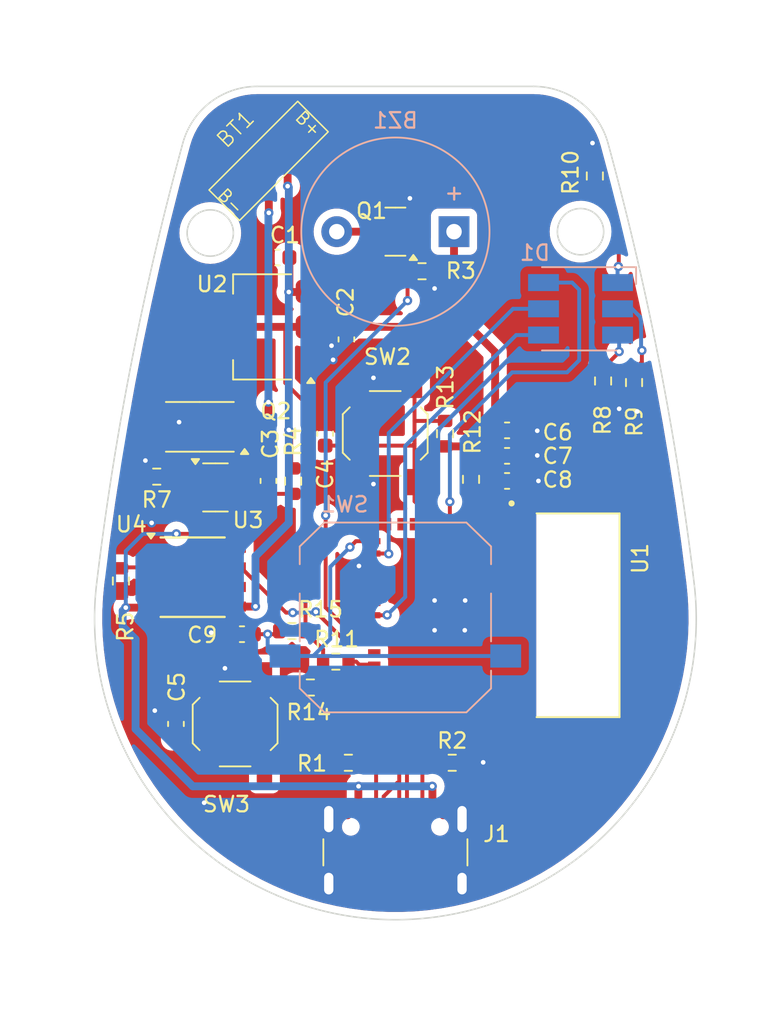
<source format=kicad_pcb>
(kicad_pcb (version 20240108) (generator "pcbnew") (generator_version "8.0")
  (layers (0 "F.Cu" signal) (31 "B.Cu" signal) (34 "B.Paste" user) (35 "F.Paste" user) (36 "B.SilkS" user "B.Silkscreen") (37 "F.SilkS" user "F.Silkscreen") (38 "B.Mask" user) (39 "F.Mask" user) (44 "Edge.Cuts" user))
  (net 0 "")
  (net 1 "Net-(BT1--)")
  (net 2 "+BATT")
  (net 3 "+3V3")
  (net 4 "Net-(BZ1--)")
  (net 5 "GND")
  (net 6 "Net-(U3-VCC)")
  (net 7 "Bulb_1")
  (net 8 "Net-(D1-GK)")
  (net 9 "Net-(D1-RK)")
  (net 10 "Bulb_3")
  (net 11 "Net-(D1-BK)")
  (net 12 "Bulb_2")
  (net 13 "CHG")
  (net 15 "VBUS")
  (net 16 "Net-(J1-CC2)")
  (net 17 "USB_DP")
  (net 18 "USB_DN")
  (net 19 "Net-(J1-CC1)")
  (net 21 "Net-(Q2-G_{1})")
  (net 23 "Net-(Q2-G_{2})")
  (net 26 "Net-(U4-PROG)")
  (net 27 "Net-(U3-CS)")
  (net 28 "Net-(U1-IO8)")
  (net 29 "Net-(U1-IO2)")
  (net 30 "Button")
  (net 38 "Buzzer")
  (net 40 "BOOT")
  (net 50 "RESET")
  (footprint "Resistor_SMD:R_0603_1608Metric" (layer "F.Cu") (at 156.1084 70.9676 90)
    (property "Reference" "R10")
    (property "Value" "2k2")
  )
  (footprint "Cental_Library:LiPoBatt_WLY902030" (layer "F.Cu") (at 135.0518 70.0786 -135)
    (property "Reference" "BT1")
    (property "Value" "Battery_Cell")
  )
  (footprint "Resistor_SMD:R_0603_1608Metric" (layer "F.Cu") (at 125.389 97.2139 90)
    (property "Reference" "R5")
    (property "Value" "1k2")
  )
  (footprint "Package_TO_SOT_SMD:SOT-223-3_TabPin2" (layer "F.Cu") (at 134.5692 80.7466 180)
    (property "Reference" "U2")
    (property "Value" "AMS1117-3.3")
  )
  (footprint "Resistor_SMD:R_0603_1608Metric" (layer "F.Cu") (at 140.1318 108.9914 180)
    (property "Reference" "R1")
    (property "Value" "5k1")
  )
  (footprint "Resistor_SMD:R_0603_1608Metric" (layer "F.Cu") (at 146.8628 108.9914)
    (property "Reference" "R2")
    (property "Value" "5k1")
  )
  (footprint "Cental_Library:ESP32-C3-MINI-1-N4" (layer "F.Cu") (at 149.41 99.4338 -90)
    (property "Reference" "U1")
    (property "Value" "ESP32-C3-MINI-1-N4")
  )
  (footprint "Capacitor_SMD:C_0603_1608Metric" (layer "F.Cu") (at 128.9558 106.4768 90)
    (property "Reference" "C5")
    (property "Value" "100nF")
  )
  (footprint "Resistor_SMD:R_0603_1608Metric" (layer "F.Cu") (at 136.5504 90.7418 -90)
    (property "Reference" "R4")
    (property "Value" "100")
  )
  (footprint "Button_Switch_SMD:SW_SPST_TL3342" (layer "F.Cu") (at 132.7912 106.4768 90)
    (property "Reference" "SW3")
    (property "Value" "SW_Push")
  )
  (footprint "Package_TO_SOT_SMD:SOT-23-6" (layer "F.Cu") (at 131.5157 91.1504)
    (property "Reference" "U3")
    (property "Value" "DW01-A")
  )
  (footprint "Package_SO:Diodes_PSOP-8" (layer "F.Cu") (at 130.0372 96.9662)
    (property "Reference" "U4")
    (property "Value" "TP4056")
  )
  (footprint "Resistor_SMD:R_0603_1608Metric" (layer "F.Cu") (at 137.668 104.1146 180)
    (property "Reference" "R14")
    (property "Value" "10k")
  )
  (footprint "Button_Switch_SMD:SW_SPST_TL3342" (layer "F.Cu") (at 142.5194 87.6554 90)
    (property "Reference" "SW2")
    (property "Value" "SW_Push")
  )
  (footprint "Capacitor_SMD:C_0603_1608Metric" (layer "F.Cu") (at 150.4188 89.1032)
    (property "Reference" "C7")
    (property "Value" "100nF")
  )
  (footprint "Resistor_SMD:R_0603_1608Metric" (layer "F.Cu") (at 156.6418 84.2518 -90)
    (property "Reference" "R8")
    (property "Value" "1k2")
  )
  (footprint "Package_SO:TSSOP-8_4.4x3mm_P0.65mm" (layer "F.Cu") (at 130.5052 87.2236 180)
    (property "Reference" "Q2")
    (property "Value" "FS8205A")
  )
  (footprint "Capacitor_SMD:C_0603_1608Metric" (layer "F.Cu") (at 140.0048 81.5594 -90)
    (property "Reference" "C2")
    (property "Value" "10uF")
  )
  (footprint "Resistor_SMD:R_0603_1608Metric" (layer "F.Cu") (at 144.907 77.1398)
    (property "Reference" "R3")
    (property "Value" "100k")
  )
  (footprint "Resistor_SMD:R_0603_1608Metric" (layer "F.Cu") (at 127.7112 90.4494 180)
    (property "Reference" "R7")
    (property "Value" "1k")
  )
  (footprint "Capacitor_SMD:C_0603_1608Metric" (layer "F.Cu") (at 134.9502 90.7288 90)
    (property "Reference" "C3")
    (property "Value" "10uF")
  )
  (footprint "Resistor_SMD:R_0603_1608Metric" (layer "F.Cu") (at 146.3986 87.6658 90)
    (property "Reference" "R13")
    (property "Value" "10k")
  )
  (footprint "Capacitor_SMD:C_0603_1608Metric" (layer "F.Cu") (at 133.2354 100.6602 180)
    (property "Reference" "C9")
    (property "Value" "100nF")
  )
  (footprint "Resistor_SMD:R_0603_1608Metric" (layer "F.Cu") (at 136.4742 100.457 180)
    (property "Reference" "R15")
    (property "Value" "10k")
  )
  (footprint "Resistor_SMD:R_0603_1608Metric" (layer "F.Cu") (at 139.319 102.4382)
    (property "Reference" "R11")
    (property "Value" "10k")
  )
  (footprint "Capacitor_SMD:C_0603_1608Metric" (layer "F.Cu") (at 150.4188 90.7288)
    (property "Reference" "C8")
    (property "Value" "10uF")
  )
  (footprint "Capacitor_SMD:C_0603_1608Metric" (layer "F.Cu") (at 150.4188 87.4522)
    (property "Reference" "C6")
    (property "Value" "100nF")
  )
  (footprint "Connector_USB:USB_C_Receptacle_GCT_USB4105-xx-A_16P_TopMnt_Horizontal" (layer "F.Cu") (at 143.1798 115.7478)
    (property "Reference" "J1")
    (property "Value" "USB_C_Receptacle_USB2.0_16P")
  )
  (footprint "Resistor_SMD:R_0603_1608Metric" (layer "F.Cu") (at 148.082 90.6272 -90)
    (property "Reference" "R12")
    (property "Value" "10k")
  )
  (footprint "Resistor_SMD:R_0603_1608Metric" (layer "F.Cu") (at 158.6484 84.3534 -90)
    (property "Reference" "R9")
    (property "Value" "1k2")
  )
  (footprint "Package_TO_SOT_SMD:SOT-23" (layer "F.Cu") (at 143.1798 74.575 180)
    (property "Reference" "Q1")
    (property "Value" "BC847")
  )
  (footprint "Capacitor_SMD:C_0603_1608Metric" (layer "F.Cu") (at 135.5344 76.2508 180)
    (property "Reference" "C1")
    (property "Value" "10uF")
  )
  (footprint "Capacitor_SMD:C_0603_1608Metric" (layer "F.Cu") (at 138.6262 87.6658 90)
    (property "Reference" "C4")
    (property "Value" "100nF")
  )
  (footprint "Button_Switch_SMD:SW_Push_1P1T_NO_CK_PTS125Sx43PSMTR" (layer "B.Cu") (at 143.1798 99.575 180)
    (property "Reference" "SW1")
    (property "Value" "SW_Push")
  )
  (footprint "Buzzer_Beeper:Buzzer_12x9.5RM7.6" (layer "B.Cu") (at 146.9798 74.575 180)
    (property "Reference" "BZ1")
    (property "Value" "Buzzer")
  )
  (footprint "LED_SMD:LED_RGB_5050-6" (layer "B.Cu") (at 155.1798 79.575 180)
    (property "Reference" "D1")
    (property "Value" "LED_RGB")
  )
  (gr_arc (start 156.960254 68.842557) (mid 160.275945 82.985861) (end 162.540403 97.335046) (stroke (width 0.1)) (layer "Edge.Cuts"))
  (gr_arc (start 162.540403 97.335046) (mid 143.1798 119.1625) (end 123.819197 97.335046) (stroke (width 0.1)) (layer "Edge.Cuts"))
  (gr_circle (center 131.1798 74.6625) (end 132.6798 74.6625) (stroke (width 0.1)) (fill none) (layer "Edge.Cuts"))
  (gr_arc (start 152.13762 65.1625) (mid 155.170795 66.187597) (end 156.960254 68.842557) (stroke (width 0.1)) (layer "Edge.Cuts"))
  (gr_line (start 152.13762 65.1625) (end 134.221977 65.1625) (stroke (width 0.1)) (layer "Edge.Cuts"))
  (gr_circle (center 155.1798 74.575) (end 156.6798 74.575) (stroke (width 0.1)) (fill none) (layer "Edge.Cuts"))
  (gr_arc (start 129.399346 68.842557) (mid 131.188802 66.187596) (end 134.221977 65.1625) (stroke (width 0.1)) (layer "Edge.Cuts"))
  (gr_arc (start 123.819197 97.335046) (mid 126.083655 82.985861) (end 129.399346 68.842557) (stroke (width 0.1)) (layer "Edge.Cuts"))
  (segment (start 134.9756 73.3552) (end 134.9756 72.516872) (width 0.508) (layer "F.Cu") (net 1))
  (segment (start 134.9502 87.2744) (end 134.9502 89.9538) (width 0.508) (layer "F.Cu") (net 1))
  (segment (start 131.699 87.5792) (end 132.3796 86.8986) (width 0.254) (layer "F.Cu") (net 1))
  (segment (start 131.699 89.8652) (end 131.699 87.5792) (width 0.254) (layer "F.Cu") (net 1))
  (segment (start 134.9756 72.516872) (end 133.794564 71.335836) (width 0.508) (layer "F.Cu") (net 1))
  (segment (start 132.6532 90.2004) (end 132.0342 90.2004) (width 0.254) (layer "F.Cu") (net 1))
  (segment (start 132.0342 90.2004) (end 131.699 89.8652) (width 0.254) (layer "F.Cu") (net 1))
  (segment (start 132.3796 86.8986) (end 133.3677 86.8986) (width 0.254) (layer "F.Cu") (net 1))
  (segment (start 134.9502 85.6234) (end 134.9502 87.2744) (width 0.508) (layer "F.Cu") (net 1))
  (segment (start 133.9546 90.2004) (end 134.2012 89.9538) (width 0.254) (layer "F.Cu") (net 1))
  (segment (start 134.2012 89.9538) (end 134.9502 89.9538) (width 0.254) (layer "F.Cu") (net 1))
  (segment (start 134.9502 87.2744) (end 132.8674 87.2744) (width 0.508) (layer "F.Cu") (net 1))
  (segment (start 132.6532 90.2004) (end 133.9546 90.2004) (width 0.254) (layer "F.Cu") (net 1))
  (via (at 134.9502 85.6234) (size 0.6) (drill 0.3) (layers "F.Cu" "B.Cu") (net 1))
  (via (at 134.9756 73.3552) (size 0.6) (drill 0.3) (layers "F.Cu" "B.Cu") (net 1))
  (segment (start 134.9502 73.3806) (end 134.9756 73.3552) (width 0.508) (layer "B.Cu") (net 1))
  (segment (start 134.9502 85.6234) (end 134.9502 73.3806) (width 0.508) (layer "B.Cu") (net 1))
  (segment (start 136.3094 78.4476) (end 136.3094 76.2508) (width 0.508) (layer "F.Cu") (net 2))
  (segment (start 136.2964 89.6628) (end 136.5504 89.9168) (width 0.508) (layer "F.Cu") (net 2))
  (segment (start 136.1948 68.9356) (end 136.309036 68.821364) (width 0.508) (layer "F.Cu") (net 2))
  (segment (start 136.1948 71.628) (end 136.1948 68.9356) (width 0.508) (layer "F.Cu") (net 2))
  (segment (start 132.7372 98.8712) (end 134.0976 98.8712) (width 0.508) (layer "F.Cu") (net 2))
  (segment (start 136.271 87.4268) (end 136.2964 87.4522) (width 0.508) (layer "F.Cu") (net 2))
  (segment (start 136.271 78.486) (end 136.3094 78.4476) (width 0.508) (layer "F.Cu") (net 2))
  (segment (start 136.271 78.486) (end 137.6798 78.486) (width 0.508) (layer "F.Cu") (net 2))
  (segment (start 134.0976 98.8712) (end 134.112 98.8568) (width 0.508) (layer "F.Cu") (net 2))
  (segment (start 136.2964 87.4522) (end 136.2964 89.6628) (width 0.508) (layer "F.Cu") (net 2))
  (via (at 136.271 78.486) (size 0.6) (drill 0.3) (layers "F.Cu" "B.Cu") (net 2))
  (via (at 134.112 98.8568) (size 0.6) (drill 0.3) (layers "F.Cu" "B.Cu") (net 2))
  (via (at 136.1948 71.628) (size 0.6) (drill 0.3) (layers "F.Cu" "B.Cu") (net 2))
  (via (at 136.271 87.4268) (size 0.6) (drill 0.3) (layers "F.Cu" "B.Cu") (net 2))
  (segment (start 136.271 78.486) (end 136.271 71.7042) (width 0.508) (layer "B.Cu") (net 2))
  (segment (start 136.271 87.4268) (end 136.271 78.486) (width 0.508) (layer "B.Cu") (net 2))
  (segment (start 136.271 93.4466) (end 136.271 87.4268) (width 0.508) (layer "B.Cu") (net 2))
  (segment (start 134.112 95.6056) (end 136.271 93.4466) (width 0.508) (layer "B.Cu") (net 2))
  (segment (start 136.271 71.7042) (end 136.1948 71.628) (width 0.508) (layer "B.Cu") (net 2))
  (segment (start 134.112 98.8568) (end 134.112 95.6056) (width 0.508) (layer "B.Cu") (net 2))
  (segment (start 136.0424 80.7466) (end 131.4192 80.7466) (width 0.508) (layer "F.Cu") (net 3))
  (segment (start 137.3524 100.4038) (end 137.3524 85.6888) (width 0.254) (layer "F.Cu") (net 3))
  (segment (start 148.9448 89.8022) (end 149.6438 89.1032) (width 0.508) (layer "F.Cu") (net 3))
  (segment (start 148.082 89.8022) (end 148.9448 89.8022) (width 0.508) (layer "F.Cu") (net 3))
  (segment (start 138.494 102.4382) (end 138.494 101.6518) (width 0.254) (layer "F.Cu") (net 3))
  (segment (start 137.7192 80.7466) (end 136.0424 80.7466) (width 0.508) (layer "F.Cu") (net 3))
  (segment (start 149.6438 82.3846) (end 149.6438 90.7288) (width 0.508) (layer "F.Cu") (net 3))
  (segment (start 138.493 102.4392) (end 138.494 102.4382) (width 0.254) (layer "F.Cu") (net 3))
  (segment (start 138.494 101.6518) (end 137.2992 100.457) (width 0.254) (layer "F.Cu") (net 3))
  (segment (start 137.3524 85.6888) (end 136.0424 84.3788) (width 0.254) (layer "F.Cu") (net 3))
  (segment (start 146.9798 74.575) (end 146.9798 80.7312) (width 0.508) (layer "F.Cu") (net 3))
  (segment (start 146.9644 80.7466) (end 148.0058 80.7466) (width 0.508) (layer "F.Cu") (net 3))
  (segment (start 137.2992 100.457) (end 137.3524 100.4038) (width 0.254) (layer "F.Cu") (net 3))
  (segment (start 148.0058 80.7466) (end 149.6438 82.3846) (width 0.508) (layer "F.Cu") (net 3))
  (segment (start 149.6438 91.9864) (end 149.11 92.5202) (width 0.508) (layer "F.Cu") (net 3))
  (segment (start 138.493 104.1146) (end 138.493 102.4392) (width 0.254) (layer "F.Cu") (net 3))
  (segment (start 149.11 92.5202) (end 149.11 93.5338) (width 0.508) (layer "F.Cu") (net 3))
  (segment (start 136.0424 84.3788) (end 136.0424 80.7466) (width 0.254) (layer "F.Cu") (net 3))
  (segment (start 149.6438 90.7288) (end 149.6438 91.9864) (width 0.508) (layer "F.Cu") (net 3))
  (segment (start 146.3986 88.4908) (end 149.6314 88.4908) (width 0.508) (layer "F.Cu") (net 3))
  (segment (start 137.7192 80.7466) (end 146.9644 80.7466) (width 0.508) (layer "F.Cu") (net 3))
  (segment (start 146.9798 80.7312) (end 146.9644 80.7466) (width 0.508) (layer "F.Cu") (net 3))
  (segment (start 142.2423 74.575) (end 139.3798 74.575) (width 0.508) (layer "F.Cu") (net 4))
  (segment (start 140.8176 96.2406) (end 141.8032 96.2406) (width 0.254) (layer "F.Cu") (net 5))
  (segment (start 129.1388 86.8986) (end 129.159 86.9188) (width 0.254) (layer "F.Cu") (net 5))
  (segment (start 141.8032 96.2406) (end 141.81 96.2338) (width 0.254) (layer "F.Cu") (net 5))
  (segment (start 127.6427 86.8986) (end 129.1388 86.8986) (width 0.254) (layer "F.Cu") (net 5))
  (via (at 148.8694 108.966) (size 0.6) (drill 0.3) (layers "F.Cu" "B.Cu") (net 5))
  (via (at 140.8176 96.2406) (size 0.6) (drill 0.3) (layers "F.Cu" "B.Cu") (net 5))
  (via (at 131.2418 100.5586) (size 0.6) (drill 0.3) (layers "F.Cu" "B.Cu") (net 5))
  (via (at 147.701 98.4758) (size 0.6) (drill 0.3) (layers "F.Cu" "B.Cu") (net 5))
  (via (at 141.7574 84.0486) (size 0.6) (drill 0.3) (layers "F.Cu" "B.Cu") (net 5))
  (via (at 158.8516 86.233) (size 0.6) (drill 0.3) (layers "F.Cu" "B.Cu") (net 5))
  (via (at 152.3746 87.4776) (size 0.6) (drill 0.3) (layers "F.Cu" "B.Cu") (net 5))
  (via (at 139.0396 81.9658) (size 0.6) (drill 0.3) (layers "F.Cu" "B.Cu") (net 5))
  (via (at 129.159 86.9188) (size 0.6) (drill 0.3) (layers "F.Cu" "B.Cu") (net 5))
  (via (at 147.6756 100.4062) (size 0.6) (drill 0.3) (layers "F.Cu" "B.Cu") (net 5))
  (via (at 145.7198 98.4758) (size 0.6) (drill 0.3) (layers "F.Cu" "B.Cu") (net 5))
  (via (at 145.7198 100.4062) (size 0.6) (drill 0.3) (layers "F.Cu" "B.Cu") (net 5))
  (via (at 144.1196 72.4154) (size 0.6) (drill 0.3) (layers "F.Cu" "B.Cu") (net 5))
  (via (at 130.7846 111.5822) (size 0.6) (drill 0.3) (layers "F.Cu" "B.Cu") (net 5))
  (via (at 157.6832 86.0552) (size 0.6) (drill 0.3) (layers "F.Cu" "B.Cu") (net 5))
  (via (at 132.1308 102.87) (size 0.6) (drill 0.3) (layers "F.Cu" "B.Cu") (net 5))
  (via (at 127.381 93.4466) (size 0.6) (drill 0.3) (layers "F.Cu" "B.Cu") (net 5))
  (via (at 155.956 68.834) (size 0.6) (drill 0.3) (layers "F.Cu" "B.Cu") (net 5))
  (via (at 152.4508 90.7288) (size 0.6) (drill 0.3) (layers "F.Cu" "B.Cu") (net 5))
  (via (at 152.3746 89.0778) (size 0.6) (drill 0.3) (layers "F.Cu" "B.Cu") (net 5))
  (via (at 145.7198 78.2574) (size 0.6) (drill 0.3) (layers "F.Cu" "B.Cu") (net 5))
  (via (at 139.1412 82.8802) (size 0.6) (drill 0.3) (layers "F.Cu" "B.Cu") (net 5))
  (via (at 126.9746 89.408) (size 0.6) (drill 0.3) (layers "F.Cu" "B.Cu") (net 5))
  (via (at 127.5842 105.6132) (size 0.6) (drill 0.3) (layers "F.Cu" "B.Cu") (net 5))
  (via (at 141.7574 90.932) (size 0.6) (drill 0.3) (layers "F.Cu" "B.Cu") (net 5))
  (segment (start 134.0102 91.5668) (end 136.5504 91.5668) (width 0.254) (layer "F.Cu") (net 6))
  (segment (start 132.6532 91.1504) (end 133.5938 91.1504) (width 0.254) (layer "F.Cu") (net 6))
  (segment (start 133.5938 91.1504) (end 134.0102 91.5668) (width 0.254) (layer "F.Cu") (net 6))
  (segment (start 146.71 92.0754) (end 146.7104 92.075) (width 0.254) (layer "F.Cu") (net 7))
  (segment (start 146.71 93.5338) (end 146.71 92.0754) (width 0.254) (layer "F.Cu") (net 7))
  (via (at 146.7104 92.075) (size 0.6) (drill 0.3) (layers "F.Cu" "B.Cu") (net 7))
  (segment (start 155.0924 78.3336) (end 154.6338 77.875) (width 0.254) (layer "B.Cu") (net 7))
  (segment (start 146.7104 87.7316) (end 150.749 83.693) (width 0.254) (layer "B.Cu") (net 7))
  (segment (start 154.6338 77.875) (end 152.7798 77.875) (width 0.254) (layer "B.Cu") (net 7))
  (segment (start 150.749 83.693) (end 154.305 83.693) (width 0.254) (layer "B.Cu") (net 7))
  (segment (start 155.0924 82.9056) (end 155.0924 78.3336) (width 0.254) (layer "B.Cu") (net 7))
  (segment (start 146.7104 92.075) (end 146.7104 87.7316) (width 0.254) (layer "B.Cu") (net 7))
  (segment (start 154.305 83.693) (end 155.0924 82.9056) (width 0.254) (layer "B.Cu") (net 7))
  (segment (start 159.1564 83.0204) (end 158.6484 83.5284) (width 0.254) (layer "F.Cu") (net 8))
  (segment (start 159.1564 82.2706) (end 159.1564 83.0204) (width 0.254) (layer "F.Cu") (net 8))
  (via (at 159.1564 82.2706) (size 0.6) (drill 0.3) (layers "F.Cu" "B.Cu") (net 8))
  (segment (start 158.5182 79.575) (end 159.038715 80.095515) (width 0.254) (layer "B.Cu") (net 8))
  (segment (start 159.038715 80.095515) (end 159.1056 80.412193) (width 0.254) (layer "B.Cu") (net 8))
  (segment (start 157.5798 79.575) (end 158.5182 79.575) (width 0.254) (layer "B.Cu") (net 8))
  (segment (start 159.1056 80.412193) (end 159.1056 82.2198) (width 0.254) (layer "B.Cu") (net 8))
  (segment (start 159.1056 82.2198) (end 159.1564 82.2706) (width 0.254) (layer "B.Cu") (net 8))
  (segment (start 157.45384 73.21196) (end 157.6578 74.053968) (width 0.254) (layer "F.Cu") (net 9))
  (segment (start 157.6578 74.053968) (end 157.6578 76.8096) (width 0.254) (layer "F.Cu") (net 9))
  (segment (start 157.393224 72.976928) (end 157.45384 73.21196) (width 0.254) (layer "F.Cu") (net 9))
  (segment (start 156.208896 71.7926) (end 157.393224 72.976928) (width 0.254) (layer "F.Cu") (net 9))
  (segment (start 157.6578 76.8096) (end 157.6324 76.835) (width 0.254) (layer "F.Cu") (net 9))
  (segment (start 156.1084 71.7926) (end 156.208896 71.7926) (width 0.254) (layer "F.Cu") (net 9))
  (via (at 157.6324 76.835) (size 0.6) (drill 0.3) (layers "F.Cu" "B.Cu") (net 9))
  (segment (start 157.5798 77.875) (end 157.5798 76.8876) (width 0.254) (layer "B.Cu") (net 9))
  (segment (start 157.5798 76.8876) (end 157.6324 76.835) (width 0.254) (layer "B.Cu") (net 9))
  (segment (start 142.6282 99.4338) (end 142.6464 99.4156) (width 0.254) (layer "F.Cu") (net 10))
  (segment (start 141.81 99.4338) (end 142.6282 99.4338) (width 0.254) (layer "F.Cu") (net 10))
  (via (at 142.6464 99.4156) (size 0.6) (drill 0.3) (layers "F.Cu" "B.Cu") (net 10))
  (segment (start 143.8148 98.2472) (end 143.8148 88.4682) (width 0.254) (layer "B.Cu") (net 10))
  (segment (start 151.008 81.275) (end 152.7798 81.275) (width 0.254) (layer "B.Cu") (net 10))
  (segment (start 142.6464 99.4156) (end 143.8148 98.2472) (width 0.254) (layer "B.Cu") (net 10))
  (segment (start 143.8148 88.4682) (end 151.008 81.275) (width 0.254) (layer "B.Cu") (net 10))
  (segment (start 157.6832 82.3854) (end 157.6832 82.3468) (width 0.254) (layer "F.Cu") (net 11))
  (segment (start 156.6418 83.4268) (end 157.6832 82.3854) (width 0.254) (layer "F.Cu") (net 11))
  (via (at 157.6832 82.3468) (size 0.6) (drill 0.3) (layers "F.Cu" "B.Cu") (net 11))
  (segment (start 157.6832 81.3784) (end 157.5798 81.275) (width 0.254) (layer "B.Cu") (net 11))
  (segment (start 157.6832 82.3468) (end 157.6832 81.3784) (width 0.254) (layer "B.Cu") (net 11))
  (segment (start 141.81 95.4338) (end 142.7286 95.4338) (width 0.254) (layer "F.Cu") (net 12))
  (segment (start 142.7286 95.4338) (end 142.748 95.4532) (width 0.254) (layer "F.Cu") (net 12))
  (via (at 142.748 95.4532) (size 0.6) (drill 0.3) (layers "F.Cu" "B.Cu") (net 12))
  (segment (start 142.748 95.4532) (end 142.748 87.63) (width 0.254) (layer "B.Cu") (net 12))
  (segment (start 150.803 79.575) (end 152.7798 79.575) (width 0.254) (layer "B.Cu") (net 12))
  (segment (start 142.748 87.63) (end 150.803 79.575) (width 0.254) (layer "B.Cu") (net 12))
  (segment (start 136.0942 99.2632) (end 136.525 99.2632) (width 0.254) (layer "F.Cu") (net 13))
  (segment (start 139.845 101.0338) (end 141.81 101.0338) (width 0.254) (layer "F.Cu") (net 13))
  (segment (start 133.1622 96.3312) (end 135.0264 98.1954) (width 0.254) (layer "F.Cu") (net 13))
  (segment (start 135.0264 98.1954) (end 136.0942 99.2632) (width 0.254) (layer "F.Cu") (net 13))
  (segment (start 132.7372 96.3312) (end 133.1622 96.3312) (width 0.254) (layer "F.Cu") (net 13))
  (segment (start 138.0236 99.2124) (end 139.845 101.0338) (width 0.254) (layer "F.Cu") (net 13))
  (via (at 136.525 99.2632) (size 0.6) (drill 0.3) (layers "F.Cu" "B.Cu") (net 13))
  (via (at 138.0236 99.2124) (size 0.6) (drill 0.3) (layers "F.Cu" "B.Cu") (net 13))
  (segment (start 137.9728 99.2632) (end 138.0236 99.2124) (width 0.254) (layer "B.Cu") (net 13))
  (segment (start 136.525 99.2632) (end 137.9728 99.2632) (width 0.254) (layer "B.Cu") (net 13))
  (segment (start 145.5798 112.0678) (end 145.5798 110.5278) (width 0.508) (layer "F.Cu") (net 15))
  (segment (start 126.6554 98.8712) (end 127.3372 98.8712) (width 0.508) (layer "F.Cu") (net 15))
  (segment (start 125.703692 98.938501) (end 126.588099 98.938501) (width 0.508) (layer "F.Cu") (net 15))
  (segment (start 132.4102 94.1578) (end 128.9812 94.1578) (width 0.254) (layer "F.Cu") (net 15))
  (segment (start 126.588099 98.938501) (end 126.6554 98.8712) (width 0.508) (layer "F.Cu") (net 15))
  (segment (start 145.5798 110.5278) (end 145.5674 110.5154) (width 0.508) (layer "F.Cu") (net 15))
  (segment (start 140.7798 112.0678) (end 140.7798 110.5278) (width 0.508) (layer "F.Cu") (net 15))
  (segment (start 140.7798 110.5278) (end 140.7922 110.5154) (width 0.508) (layer "F.Cu") (net 15))
  (segment (start 132.7372 94.4848) (end 132.4102 94.1578) (width 0.254) (layer "F.Cu") (net 15))
  (segment (start 132.7372 95.0612) (end 132.7372 94.4848) (width 0.254) (layer "F.Cu") (net 15))
  (via (at 145.5674 110.5154) (size 0.6) (drill 0.3) (layers "F.Cu" "B.Cu") (net 15))
  (via (at 128.9812 94.1578) (size 0.6) (drill 0.3) (layers "F.Cu" "B.Cu") (net 15))
  (via (at 125.703692 98.938501) (size 0.6) (drill 0.3) (layers "F.Cu" "B.Cu") (net 15))
  (via (at 140.7922 110.5154) (size 0.6) (drill 0.3) (layers "F.Cu" "B.Cu") (net 15))
  (segment (start 125.5014 100.1522) (end 126.3396 100.9904) (width 0.508) (layer "B.Cu") (net 15))
  (segment (start 145.5674 110.5154) (end 140.7922 110.5154) (width 0.508) (layer "B.Cu") (net 15))
  (segment (start 130.048 110.5154) (end 140.7922 110.5154) (width 0.508) (layer "B.Cu") (net 15))
  (segment (start 128.9812 94.1578) (end 126.8222 94.1578) (width 0.254) (layer "B.Cu") (net 15))
  (segment (start 126.8222 94.1578) (end 125.703692 95.276308) (width 0.254) (layer "B.Cu") (net 15))
  (segment (start 125.5014 99.140793) (end 125.5014 100.1522) (width 0.508) (layer "B.Cu") (net 15))
  (segment (start 126.3396 100.9904) (end 126.3396 106.807) (width 0.508) (layer "B.Cu") (net 15))
  (segment (start 125.703692 98.938501) (end 125.5014 99.140793) (width 0.508) (layer "B.Cu") (net 15))
  (segment (start 125.703692 95.276308) (end 125.703692 98.938501) (width 0.254) (layer "B.Cu") (net 15))
  (segment (start 126.3396 106.807) (end 130.048 110.5154) (width 0.508) (layer "B.Cu") (net 15))
  (segment (start 145.415 108.9914) (end 146.0378 108.9914) (width 0.254) (layer "F.Cu") (net 16))
  (segment (start 144.9298 112.0678) (end 144.9298 109.4766) (width 0.254) (layer "F.Cu") (net 16))
  (segment (start 144.9298 109.4766) (end 145.415 108.9914) (width 0.254) (layer "F.Cu") (net 16))
  (segment (start 143.8656 113.0554) (end 143.0274 113.0554) (width 0.254) (layer "F.Cu") (net 17))
  (segment (start 142.9298 112.9578) (end 142.9298 112.0678) (width 0.254) (layer "F.Cu") (net 17))
  (segment (start 143.0274 113.0554) (end 142.9298 112.9578) (width 0.254) (layer "F.Cu") (net 17))
  (segment (start 144.31 107.3532) (end 144.31 105.3338) (width 0.254) (layer "F.Cu") (net 17))
  (segment (start 143.9298 112.0678) (end 143.9298 112.9912) (width 0.254) (layer "F.Cu") (net 17))
  (segment (start 143.9298 112.0678) (end 143.9298 107.7334) (width 0.254) (layer "F.Cu") (net 17))
  (segment (start 143.9298 112.9912) (end 143.8656 113.0554) (width 0.254) (layer "F.Cu") (net 17))
  (segment (start 143.9298 107.7334) (end 144.31 107.3532) (width 0.254) (layer "F.Cu") (net 17))
  (segment (start 142.4178 111.1758) (end 143.3068 110.2868) (width 0.254) (layer "F.Cu") (net 18))
  (segment (start 143.4298 110.2868) (end 143.4298 112.0678) (width 0.254) (layer "F.Cu") (net 18))
  (segment (start 143.3068 110.2868) (end 143.4298 110.2868) (width 0.254) (layer "F.Cu") (net 18))
  (segment (start 142.4298 112.0678) (end 142.4178 112.0558) (width 0.254) (layer "F.Cu") (net 18))
  (segment (start 142.4178 112.0558) (end 142.4178 111.1758) (width 0.254) (layer "F.Cu") (net 18))
  (segment (start 143.51 107.2134) (end 143.4298 107.2936) (width 0.254) (layer "F.Cu") (net 18))
  (segment (start 143.4298 107.2936) (end 143.4298 110.2868) (width 0.254) (layer "F.Cu") (net 18))
  (segment (start 143.51 105.3338) (end 143.51 107.2134) (width 0.254) (layer "F.Cu") (net 18))
  (segment (start 141.9298 109.3016) (end 141.6196 108.9914) (width 0.254) (layer "F.Cu") (net 19))
  (segment (start 141.6196 108.9914) (end 140.9568 108.9914) (width 0.254) (layer "F.Cu") (net 19))
  (segment (start 141.9298 112.0678) (end 141.9298 109.3016) (width 0.254) (layer "F.Cu") (net 19))
  (segment (start 130.3782 90.2004) (end 130.3782 86.614) (width 0.254) (layer "F.Cu") (net 21))
  (segment (start 130.7436 86.2486) (end 133.3677 86.2486) (width 0.254) (layer "F.Cu") (net 21))
  (segment (start 130.3782 86.614) (end 130.7436 86.2486) (width 0.254) (layer "F.Cu") (net 21))
  (segment (start 126.0602 86.9442) (end 126.7558 86.2486) (width 0.254) (layer "F.Cu") (net 23))
  (segment (start 126.1364 92.1004) (end 126.0602 92.0242) (width 0.254) (layer "F.Cu") (net 23))
  (segment (start 126.7558 86.2486) (end 127.6427 86.2486) (width 0.254) (layer "F.Cu") (net 23))
  (segment (start 130.3782 92.1004) (end 126.1364 92.1004) (width 0.254) (layer "F.Cu") (net 23))
  (segment (start 126.0602 92.0242) (end 126.0602 86.9442) (width 0.254) (layer "F.Cu") (net 23))
  (segment (start 125.4467 96.3312) (end 125.389 96.3889) (width 0.254) (layer "F.Cu") (net 26))
  (segment (start 127.3372 96.3312) (end 125.4467 96.3312) (width 0.254) (layer "F.Cu") (net 26))
  (segment (start 128.9812 90.4494) (end 129.6822 91.1504) (width 0.254) (layer "F.Cu") (net 27))
  (segment (start 128.5362 90.4494) (end 128.9812 90.4494) (width 0.254) (layer "F.Cu") (net 27))
  (segment (start 129.6822 91.1504) (end 130.3782 91.1504) (width 0.254) (layer "F.Cu") (net 27))
  (segment (start 140.6398 102.4382) (end 140.8354 102.6338) (width 0.254) (layer "F.Cu") (net 28))
  (segment (start 140.144 102.4382) (end 140.6398 102.4382) (width 0.254) (layer "F.Cu") (net 28))
  (segment (start 140.8354 102.6338) (end 141.81 102.6338) (width 0.254) (layer "F.Cu") (net 28))
  (segment (start 147.51 92.8756) (end 148.082 92.3036) (width 0.254) (layer "F.Cu") (net 29))
  (segment (start 147.51 93.5338) (end 147.51 92.8756) (width 0.254) (layer "F.Cu") (net 29))
  (segment (start 148.082 92.3036) (end 148.082 91.4522) (width 0.254) (layer "F.Cu") (net 29))
  (segment (start 134.0104 100.6602) (end 135.446 100.6602) (width 0.254) (layer "F.Cu") (net 30))
  (segment (start 135.446 100.6602) (end 135.6492 100.457) (width 0.254) (layer "F.Cu") (net 30))
  (segment (start 140.2334 95.0214) (end 140.621 94.6338) (width 0.254) (layer "F.Cu") (net 30))
  (segment (start 140.621 94.6338) (end 141.81 94.6338) (width 0.254) (layer "F.Cu") (net 30))
  (via (at 140.2334 95.0214) (size 0.6) (drill 0.3) (layers "F.Cu" "B.Cu") (net 30))
  (via (at 134.8994 100.6602) (size 0.6) (drill 0.3) (layers "F.Cu" "B.Cu") (net 30))
  (segment (start 135.222 102.075) (end 136.0298 102.075) (width 0.254) (layer "B.Cu") (net 30))
  (segment (start 138.957 100.9714) (end 138.957 96.2978) (width 0.254) (layer "B.Cu") (net 30))
  (segment (start 134.8994 100.6602) (end 134.8994 101.7524) (width 0.254) (layer "B.Cu") (net 30))
  (segment (start 134.8994 101.7524) (end 135.222 102.075) (width 0.254) (layer "B.Cu") (net 30))
  (segment (start 137.8534 102.075) (end 138.957 100.9714) (width 0.254) (layer "B.Cu") (net 30))
  (segment (start 138.957 96.2978) (end 140.2334 95.0214) (width 0.254) (layer "B.Cu") (net 30))
  (segment (start 136.0298 102.075) (end 137.8534 102.075) (width 0.254) (layer "B.Cu") (net 30))
  (segment (start 136.0298 102.075) (end 150.3298 102.075) (width 0.254) (layer "B.Cu") (net 30))
  (segment (start 138.6586 98.933) (end 138.6586 92.964) (width 0.254) (layer "F.Cu") (net 38))
  (segment (start 143.9672 77.2546) (end 144.082 77.1398) (width 0.254) (layer "F.Cu") (net 38))
  (segment (start 141.81 100.2338) (end 139.9594 100.2338) (width 0.254) (layer "F.Cu") (net 38))
  (segment (start 139.9594 100.2338) (end 138.6586 98.933) (width 0.254) (layer "F.Cu") (net 38))
  (segment (start 144.082 77.1398) (end 144.082 75.5603) (width 0.254) (layer "F.Cu") (net 38))
  (segment (start 144.082 75.5603) (end 144.1173 75.525) (width 0.254) (layer "F.Cu") (net 38))
  (segment (start 143.9672 79.0448) (end 143.9672 77.2546) (width 0.254) (layer "F.Cu") (net 38))
  (via (at 138.6586 92.964) (size 0.6) (drill 0.3) (layers "F.Cu" "B.Cu") (net 38))
  (via (at 143.9672 79.0448) (size 0.6) (drill 0.3) (layers "F.Cu" "B.Cu") (net 38))
  (segment (start 138.6586 92.964) (end 138.6586 84.3534) (width 0.254) (layer "B.Cu") (net 38))
  (segment (start 138.6586 84.3534) (end 143.9672 79.0448) (width 0.254) (layer "B.Cu") (net 38))
  (segment (start 137.9728 105.0544) (end 139.573 105.0544) (width 0.254) (layer "F.Cu") (net 40))
  (segment (start 137.287 104.1146) (end 137.766 104.5936) (width 0.254) (layer "F.Cu") (net 40))
  (segment (start 136.843 104.1146) (end 134.747 104.1146) (width 0.254) (layer "F.Cu") (net 40))
  (segment (start 137.766 104.8476) (end 137.9728 105.0544) (width 0.254) (layer "F.Cu") (net 40))
  (segment (start 136.843 104.1146) (end 137.287 104.1146) (width 0.254) (layer "F.Cu") (net 40))
  (segment (start 141.1936 103.4338) (end 141.81 103.4338) (width 0.254) (layer "F.Cu") (net 40))
  (segment (start 139.573 105.0544) (end 141.1936 103.4338) (width 0.254) (layer "F.Cu") (net 40))
  (segment (start 128.9558 107.2518) (end 134.6534 107.2518) (width 0.254) (layer "F.Cu") (net 40))
  (segment (start 134.6912 109.6268) (end 134.6912 107.2896) (width 0.254) (layer "F.Cu") (net 40))
  (segment (start 134.6534 107.2518) (end 134.6912 107.2896) (width 0.254) (layer "F.Cu") (net 40))
  (segment (start 134.6912 107.2896) (end 134.6912 103.3268) (width 0.254) (layer "F.Cu") (net 40))
  (segment (start 137.766 104.5936) (end 137.766 104.8476) (width 0.254) (layer "F.Cu") (net 40))
  (segment (start 146.3986 86.8408) (end 144.4212 86.8408) (width 0.254) (layer "F.Cu") (net 50))
  (segment (start 144.4212 86.8408) (end 144.4194 86.8426) (width 0.254) (layer "F.Cu") (net 50))
  (segment (start 138.6262 88.4408) (end 144.269 88.4408) (width 0.254) (layer "F.Cu") (net 50))
  (segment (start 144.4194 86.8426) (end 144.4194 88.2904) (width 0.254) (layer "F.Cu") (net 50))
  (segment (start 145.11 92.7352) (end 144.4194 92.0446) (width 0.254) (layer "F.Cu") (net 50))
  (segment (start 145.11 93.5338) (end 145.11 92.7352) (width 0.254) (layer "F.Cu") (net 50))
  (segment (start 144.4194 88.2904) (end 144.4194 90.8054) (width 0.254) (layer "F.Cu") (net 50))
  (segment (start 144.4194 84.5054) (end 144.4194 86.8426) (width 0.254) (layer "F.Cu") (net 50))
  (segment (start 144.4194 92.0446) (end 144.4194 90.8054) (width 0.254) (layer "F.Cu") (net 50))
  (segment (start 144.269 88.4408) (end 144.4194 88.2904) (width 0.254) (layer "F.Cu") (net 50))
  (zone (net 5) (net_name "GND") (layers "F&B.Cu") (connect_pads yes (clearance 0.5)) (min_thickness 0.25) (fill yes (thermal_gap 0.5) (thermal_bridge_width 0.5))
    (polygon (pts (xy 117.5512 59.563) (xy 168.1734 59.563) (xy 168.1734 125.7554) (xy 117.7544 125.857)))
  )
)
</source>
